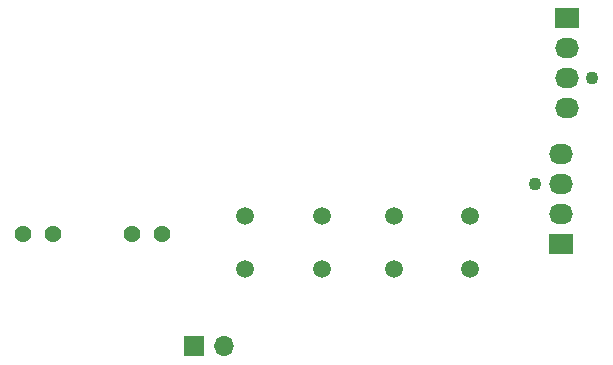
<source format=gbs>
G04 #@! TF.GenerationSoftware,KiCad,Pcbnew,7.0.10*
G04 #@! TF.CreationDate,2025-02-21T18:16:38-05:00*
G04 #@! TF.ProjectId,pcb_v2,7063625f-7632-42e6-9b69-6361645f7063,rev?*
G04 #@! TF.SameCoordinates,Original*
G04 #@! TF.FileFunction,Soldermask,Bot*
G04 #@! TF.FilePolarity,Negative*
%FSLAX46Y46*%
G04 Gerber Fmt 4.6, Leading zero omitted, Abs format (unit mm)*
G04 Created by KiCad (PCBNEW 7.0.10) date 2025-02-21 18:16:38*
%MOMM*%
%LPD*%
G01*
G04 APERTURE LIST*
%ADD10C,1.100000*%
%ADD11R,2.030000X1.730000*%
%ADD12O,2.030000X1.730000*%
%ADD13C,1.498600*%
%ADD14C,1.431000*%
%ADD15R,1.700000X1.700000*%
%ADD16O,1.700000X1.700000*%
G04 APERTURE END LIST*
D10*
X160590000Y-93290000D03*
D11*
X162750000Y-98370000D03*
D12*
X162750000Y-95830000D03*
X162750000Y-93290000D03*
X162750000Y-90750000D03*
D13*
X135999998Y-96000000D03*
X142500000Y-96000000D03*
X135999998Y-100500001D03*
X142500000Y-100500001D03*
D14*
X117230000Y-97500000D03*
X119770000Y-97500000D03*
X129000000Y-97500000D03*
X126460000Y-97500000D03*
D15*
X131725000Y-107000000D03*
D16*
X134265000Y-107000000D03*
D13*
X148603850Y-95980250D03*
X155103852Y-95980250D03*
X148603850Y-100480251D03*
X155103852Y-100480251D03*
D10*
X165410000Y-84330000D03*
D11*
X163250000Y-79250000D03*
D12*
X163250000Y-81790000D03*
X163250000Y-84330000D03*
X163250000Y-86870000D03*
M02*

</source>
